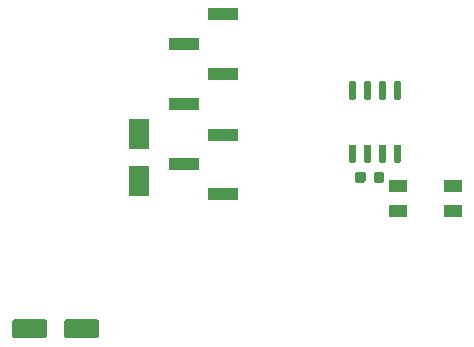
<source format=gbr>
G04 #@! TF.GenerationSoftware,KiCad,Pcbnew,(5.1.4)-1*
G04 #@! TF.CreationDate,2021-04-18T18:25:46+02:00*
G04 #@! TF.ProjectId,KUPS-DIM-6CVLED,4b555053-2d44-4494-9d2d-3643564c4544,V00.03*
G04 #@! TF.SameCoordinates,Original*
G04 #@! TF.FileFunction,Paste,Top*
G04 #@! TF.FilePolarity,Positive*
%FSLAX46Y46*%
G04 Gerber Fmt 4.6, Leading zero omitted, Abs format (unit mm)*
G04 Created by KiCad (PCBNEW (5.1.4)-1) date 2021-04-18 18:25:46*
%MOMM*%
%LPD*%
G04 APERTURE LIST*
%ADD10R,2.510000X1.000000*%
%ADD11R,1.600000X1.050000*%
%ADD12C,0.100000*%
%ADD13C,0.600000*%
%ADD14C,1.600000*%
%ADD15R,1.800000X2.500000*%
%ADD16C,0.875000*%
G04 APERTURE END LIST*
D10*
X105260000Y-105400000D03*
X105260000Y-110480000D03*
X105260000Y-115560000D03*
X108570000Y-102860000D03*
X108570000Y-107940000D03*
X108570000Y-113060000D03*
X108570000Y-118100000D03*
D11*
X123374000Y-119575000D03*
X123374000Y-117425000D03*
X128074000Y-119575000D03*
X128074000Y-117425000D03*
D12*
G36*
X119694803Y-108557262D02*
G01*
X119709364Y-108559422D01*
X119723643Y-108562999D01*
X119737503Y-108567958D01*
X119750810Y-108574252D01*
X119763436Y-108581820D01*
X119775259Y-108590588D01*
X119786166Y-108600474D01*
X119796052Y-108611381D01*
X119804820Y-108623204D01*
X119812388Y-108635830D01*
X119818682Y-108649137D01*
X119823641Y-108662997D01*
X119827218Y-108677276D01*
X119829378Y-108691837D01*
X119830100Y-108706540D01*
X119830100Y-109956540D01*
X119829378Y-109971243D01*
X119827218Y-109985804D01*
X119823641Y-110000083D01*
X119818682Y-110013943D01*
X119812388Y-110027250D01*
X119804820Y-110039876D01*
X119796052Y-110051699D01*
X119786166Y-110062606D01*
X119775259Y-110072492D01*
X119763436Y-110081260D01*
X119750810Y-110088828D01*
X119737503Y-110095122D01*
X119723643Y-110100081D01*
X119709364Y-110103658D01*
X119694803Y-110105818D01*
X119680100Y-110106540D01*
X119380100Y-110106540D01*
X119365397Y-110105818D01*
X119350836Y-110103658D01*
X119336557Y-110100081D01*
X119322697Y-110095122D01*
X119309390Y-110088828D01*
X119296764Y-110081260D01*
X119284941Y-110072492D01*
X119274034Y-110062606D01*
X119264148Y-110051699D01*
X119255380Y-110039876D01*
X119247812Y-110027250D01*
X119241518Y-110013943D01*
X119236559Y-110000083D01*
X119232982Y-109985804D01*
X119230822Y-109971243D01*
X119230100Y-109956540D01*
X119230100Y-108706540D01*
X119230822Y-108691837D01*
X119232982Y-108677276D01*
X119236559Y-108662997D01*
X119241518Y-108649137D01*
X119247812Y-108635830D01*
X119255380Y-108623204D01*
X119264148Y-108611381D01*
X119274034Y-108600474D01*
X119284941Y-108590588D01*
X119296764Y-108581820D01*
X119309390Y-108574252D01*
X119322697Y-108567958D01*
X119336557Y-108562999D01*
X119350836Y-108559422D01*
X119365397Y-108557262D01*
X119380100Y-108556540D01*
X119680100Y-108556540D01*
X119694803Y-108557262D01*
X119694803Y-108557262D01*
G37*
D13*
X119530100Y-109331540D03*
D12*
G36*
X120964803Y-108557262D02*
G01*
X120979364Y-108559422D01*
X120993643Y-108562999D01*
X121007503Y-108567958D01*
X121020810Y-108574252D01*
X121033436Y-108581820D01*
X121045259Y-108590588D01*
X121056166Y-108600474D01*
X121066052Y-108611381D01*
X121074820Y-108623204D01*
X121082388Y-108635830D01*
X121088682Y-108649137D01*
X121093641Y-108662997D01*
X121097218Y-108677276D01*
X121099378Y-108691837D01*
X121100100Y-108706540D01*
X121100100Y-109956540D01*
X121099378Y-109971243D01*
X121097218Y-109985804D01*
X121093641Y-110000083D01*
X121088682Y-110013943D01*
X121082388Y-110027250D01*
X121074820Y-110039876D01*
X121066052Y-110051699D01*
X121056166Y-110062606D01*
X121045259Y-110072492D01*
X121033436Y-110081260D01*
X121020810Y-110088828D01*
X121007503Y-110095122D01*
X120993643Y-110100081D01*
X120979364Y-110103658D01*
X120964803Y-110105818D01*
X120950100Y-110106540D01*
X120650100Y-110106540D01*
X120635397Y-110105818D01*
X120620836Y-110103658D01*
X120606557Y-110100081D01*
X120592697Y-110095122D01*
X120579390Y-110088828D01*
X120566764Y-110081260D01*
X120554941Y-110072492D01*
X120544034Y-110062606D01*
X120534148Y-110051699D01*
X120525380Y-110039876D01*
X120517812Y-110027250D01*
X120511518Y-110013943D01*
X120506559Y-110000083D01*
X120502982Y-109985804D01*
X120500822Y-109971243D01*
X120500100Y-109956540D01*
X120500100Y-108706540D01*
X120500822Y-108691837D01*
X120502982Y-108677276D01*
X120506559Y-108662997D01*
X120511518Y-108649137D01*
X120517812Y-108635830D01*
X120525380Y-108623204D01*
X120534148Y-108611381D01*
X120544034Y-108600474D01*
X120554941Y-108590588D01*
X120566764Y-108581820D01*
X120579390Y-108574252D01*
X120592697Y-108567958D01*
X120606557Y-108562999D01*
X120620836Y-108559422D01*
X120635397Y-108557262D01*
X120650100Y-108556540D01*
X120950100Y-108556540D01*
X120964803Y-108557262D01*
X120964803Y-108557262D01*
G37*
D13*
X120800100Y-109331540D03*
D12*
G36*
X122234803Y-108557262D02*
G01*
X122249364Y-108559422D01*
X122263643Y-108562999D01*
X122277503Y-108567958D01*
X122290810Y-108574252D01*
X122303436Y-108581820D01*
X122315259Y-108590588D01*
X122326166Y-108600474D01*
X122336052Y-108611381D01*
X122344820Y-108623204D01*
X122352388Y-108635830D01*
X122358682Y-108649137D01*
X122363641Y-108662997D01*
X122367218Y-108677276D01*
X122369378Y-108691837D01*
X122370100Y-108706540D01*
X122370100Y-109956540D01*
X122369378Y-109971243D01*
X122367218Y-109985804D01*
X122363641Y-110000083D01*
X122358682Y-110013943D01*
X122352388Y-110027250D01*
X122344820Y-110039876D01*
X122336052Y-110051699D01*
X122326166Y-110062606D01*
X122315259Y-110072492D01*
X122303436Y-110081260D01*
X122290810Y-110088828D01*
X122277503Y-110095122D01*
X122263643Y-110100081D01*
X122249364Y-110103658D01*
X122234803Y-110105818D01*
X122220100Y-110106540D01*
X121920100Y-110106540D01*
X121905397Y-110105818D01*
X121890836Y-110103658D01*
X121876557Y-110100081D01*
X121862697Y-110095122D01*
X121849390Y-110088828D01*
X121836764Y-110081260D01*
X121824941Y-110072492D01*
X121814034Y-110062606D01*
X121804148Y-110051699D01*
X121795380Y-110039876D01*
X121787812Y-110027250D01*
X121781518Y-110013943D01*
X121776559Y-110000083D01*
X121772982Y-109985804D01*
X121770822Y-109971243D01*
X121770100Y-109956540D01*
X121770100Y-108706540D01*
X121770822Y-108691837D01*
X121772982Y-108677276D01*
X121776559Y-108662997D01*
X121781518Y-108649137D01*
X121787812Y-108635830D01*
X121795380Y-108623204D01*
X121804148Y-108611381D01*
X121814034Y-108600474D01*
X121824941Y-108590588D01*
X121836764Y-108581820D01*
X121849390Y-108574252D01*
X121862697Y-108567958D01*
X121876557Y-108562999D01*
X121890836Y-108559422D01*
X121905397Y-108557262D01*
X121920100Y-108556540D01*
X122220100Y-108556540D01*
X122234803Y-108557262D01*
X122234803Y-108557262D01*
G37*
D13*
X122070100Y-109331540D03*
D12*
G36*
X123504803Y-108557262D02*
G01*
X123519364Y-108559422D01*
X123533643Y-108562999D01*
X123547503Y-108567958D01*
X123560810Y-108574252D01*
X123573436Y-108581820D01*
X123585259Y-108590588D01*
X123596166Y-108600474D01*
X123606052Y-108611381D01*
X123614820Y-108623204D01*
X123622388Y-108635830D01*
X123628682Y-108649137D01*
X123633641Y-108662997D01*
X123637218Y-108677276D01*
X123639378Y-108691837D01*
X123640100Y-108706540D01*
X123640100Y-109956540D01*
X123639378Y-109971243D01*
X123637218Y-109985804D01*
X123633641Y-110000083D01*
X123628682Y-110013943D01*
X123622388Y-110027250D01*
X123614820Y-110039876D01*
X123606052Y-110051699D01*
X123596166Y-110062606D01*
X123585259Y-110072492D01*
X123573436Y-110081260D01*
X123560810Y-110088828D01*
X123547503Y-110095122D01*
X123533643Y-110100081D01*
X123519364Y-110103658D01*
X123504803Y-110105818D01*
X123490100Y-110106540D01*
X123190100Y-110106540D01*
X123175397Y-110105818D01*
X123160836Y-110103658D01*
X123146557Y-110100081D01*
X123132697Y-110095122D01*
X123119390Y-110088828D01*
X123106764Y-110081260D01*
X123094941Y-110072492D01*
X123084034Y-110062606D01*
X123074148Y-110051699D01*
X123065380Y-110039876D01*
X123057812Y-110027250D01*
X123051518Y-110013943D01*
X123046559Y-110000083D01*
X123042982Y-109985804D01*
X123040822Y-109971243D01*
X123040100Y-109956540D01*
X123040100Y-108706540D01*
X123040822Y-108691837D01*
X123042982Y-108677276D01*
X123046559Y-108662997D01*
X123051518Y-108649137D01*
X123057812Y-108635830D01*
X123065380Y-108623204D01*
X123074148Y-108611381D01*
X123084034Y-108600474D01*
X123094941Y-108590588D01*
X123106764Y-108581820D01*
X123119390Y-108574252D01*
X123132697Y-108567958D01*
X123146557Y-108562999D01*
X123160836Y-108559422D01*
X123175397Y-108557262D01*
X123190100Y-108556540D01*
X123490100Y-108556540D01*
X123504803Y-108557262D01*
X123504803Y-108557262D01*
G37*
D13*
X123340100Y-109331540D03*
D12*
G36*
X123504803Y-113907262D02*
G01*
X123519364Y-113909422D01*
X123533643Y-113912999D01*
X123547503Y-113917958D01*
X123560810Y-113924252D01*
X123573436Y-113931820D01*
X123585259Y-113940588D01*
X123596166Y-113950474D01*
X123606052Y-113961381D01*
X123614820Y-113973204D01*
X123622388Y-113985830D01*
X123628682Y-113999137D01*
X123633641Y-114012997D01*
X123637218Y-114027276D01*
X123639378Y-114041837D01*
X123640100Y-114056540D01*
X123640100Y-115306540D01*
X123639378Y-115321243D01*
X123637218Y-115335804D01*
X123633641Y-115350083D01*
X123628682Y-115363943D01*
X123622388Y-115377250D01*
X123614820Y-115389876D01*
X123606052Y-115401699D01*
X123596166Y-115412606D01*
X123585259Y-115422492D01*
X123573436Y-115431260D01*
X123560810Y-115438828D01*
X123547503Y-115445122D01*
X123533643Y-115450081D01*
X123519364Y-115453658D01*
X123504803Y-115455818D01*
X123490100Y-115456540D01*
X123190100Y-115456540D01*
X123175397Y-115455818D01*
X123160836Y-115453658D01*
X123146557Y-115450081D01*
X123132697Y-115445122D01*
X123119390Y-115438828D01*
X123106764Y-115431260D01*
X123094941Y-115422492D01*
X123084034Y-115412606D01*
X123074148Y-115401699D01*
X123065380Y-115389876D01*
X123057812Y-115377250D01*
X123051518Y-115363943D01*
X123046559Y-115350083D01*
X123042982Y-115335804D01*
X123040822Y-115321243D01*
X123040100Y-115306540D01*
X123040100Y-114056540D01*
X123040822Y-114041837D01*
X123042982Y-114027276D01*
X123046559Y-114012997D01*
X123051518Y-113999137D01*
X123057812Y-113985830D01*
X123065380Y-113973204D01*
X123074148Y-113961381D01*
X123084034Y-113950474D01*
X123094941Y-113940588D01*
X123106764Y-113931820D01*
X123119390Y-113924252D01*
X123132697Y-113917958D01*
X123146557Y-113912999D01*
X123160836Y-113909422D01*
X123175397Y-113907262D01*
X123190100Y-113906540D01*
X123490100Y-113906540D01*
X123504803Y-113907262D01*
X123504803Y-113907262D01*
G37*
D13*
X123340100Y-114681540D03*
D12*
G36*
X122234803Y-113907262D02*
G01*
X122249364Y-113909422D01*
X122263643Y-113912999D01*
X122277503Y-113917958D01*
X122290810Y-113924252D01*
X122303436Y-113931820D01*
X122315259Y-113940588D01*
X122326166Y-113950474D01*
X122336052Y-113961381D01*
X122344820Y-113973204D01*
X122352388Y-113985830D01*
X122358682Y-113999137D01*
X122363641Y-114012997D01*
X122367218Y-114027276D01*
X122369378Y-114041837D01*
X122370100Y-114056540D01*
X122370100Y-115306540D01*
X122369378Y-115321243D01*
X122367218Y-115335804D01*
X122363641Y-115350083D01*
X122358682Y-115363943D01*
X122352388Y-115377250D01*
X122344820Y-115389876D01*
X122336052Y-115401699D01*
X122326166Y-115412606D01*
X122315259Y-115422492D01*
X122303436Y-115431260D01*
X122290810Y-115438828D01*
X122277503Y-115445122D01*
X122263643Y-115450081D01*
X122249364Y-115453658D01*
X122234803Y-115455818D01*
X122220100Y-115456540D01*
X121920100Y-115456540D01*
X121905397Y-115455818D01*
X121890836Y-115453658D01*
X121876557Y-115450081D01*
X121862697Y-115445122D01*
X121849390Y-115438828D01*
X121836764Y-115431260D01*
X121824941Y-115422492D01*
X121814034Y-115412606D01*
X121804148Y-115401699D01*
X121795380Y-115389876D01*
X121787812Y-115377250D01*
X121781518Y-115363943D01*
X121776559Y-115350083D01*
X121772982Y-115335804D01*
X121770822Y-115321243D01*
X121770100Y-115306540D01*
X121770100Y-114056540D01*
X121770822Y-114041837D01*
X121772982Y-114027276D01*
X121776559Y-114012997D01*
X121781518Y-113999137D01*
X121787812Y-113985830D01*
X121795380Y-113973204D01*
X121804148Y-113961381D01*
X121814034Y-113950474D01*
X121824941Y-113940588D01*
X121836764Y-113931820D01*
X121849390Y-113924252D01*
X121862697Y-113917958D01*
X121876557Y-113912999D01*
X121890836Y-113909422D01*
X121905397Y-113907262D01*
X121920100Y-113906540D01*
X122220100Y-113906540D01*
X122234803Y-113907262D01*
X122234803Y-113907262D01*
G37*
D13*
X122070100Y-114681540D03*
D12*
G36*
X120964803Y-113907262D02*
G01*
X120979364Y-113909422D01*
X120993643Y-113912999D01*
X121007503Y-113917958D01*
X121020810Y-113924252D01*
X121033436Y-113931820D01*
X121045259Y-113940588D01*
X121056166Y-113950474D01*
X121066052Y-113961381D01*
X121074820Y-113973204D01*
X121082388Y-113985830D01*
X121088682Y-113999137D01*
X121093641Y-114012997D01*
X121097218Y-114027276D01*
X121099378Y-114041837D01*
X121100100Y-114056540D01*
X121100100Y-115306540D01*
X121099378Y-115321243D01*
X121097218Y-115335804D01*
X121093641Y-115350083D01*
X121088682Y-115363943D01*
X121082388Y-115377250D01*
X121074820Y-115389876D01*
X121066052Y-115401699D01*
X121056166Y-115412606D01*
X121045259Y-115422492D01*
X121033436Y-115431260D01*
X121020810Y-115438828D01*
X121007503Y-115445122D01*
X120993643Y-115450081D01*
X120979364Y-115453658D01*
X120964803Y-115455818D01*
X120950100Y-115456540D01*
X120650100Y-115456540D01*
X120635397Y-115455818D01*
X120620836Y-115453658D01*
X120606557Y-115450081D01*
X120592697Y-115445122D01*
X120579390Y-115438828D01*
X120566764Y-115431260D01*
X120554941Y-115422492D01*
X120544034Y-115412606D01*
X120534148Y-115401699D01*
X120525380Y-115389876D01*
X120517812Y-115377250D01*
X120511518Y-115363943D01*
X120506559Y-115350083D01*
X120502982Y-115335804D01*
X120500822Y-115321243D01*
X120500100Y-115306540D01*
X120500100Y-114056540D01*
X120500822Y-114041837D01*
X120502982Y-114027276D01*
X120506559Y-114012997D01*
X120511518Y-113999137D01*
X120517812Y-113985830D01*
X120525380Y-113973204D01*
X120534148Y-113961381D01*
X120544034Y-113950474D01*
X120554941Y-113940588D01*
X120566764Y-113931820D01*
X120579390Y-113924252D01*
X120592697Y-113917958D01*
X120606557Y-113912999D01*
X120620836Y-113909422D01*
X120635397Y-113907262D01*
X120650100Y-113906540D01*
X120950100Y-113906540D01*
X120964803Y-113907262D01*
X120964803Y-113907262D01*
G37*
D13*
X120800100Y-114681540D03*
D12*
G36*
X119694803Y-113907262D02*
G01*
X119709364Y-113909422D01*
X119723643Y-113912999D01*
X119737503Y-113917958D01*
X119750810Y-113924252D01*
X119763436Y-113931820D01*
X119775259Y-113940588D01*
X119786166Y-113950474D01*
X119796052Y-113961381D01*
X119804820Y-113973204D01*
X119812388Y-113985830D01*
X119818682Y-113999137D01*
X119823641Y-114012997D01*
X119827218Y-114027276D01*
X119829378Y-114041837D01*
X119830100Y-114056540D01*
X119830100Y-115306540D01*
X119829378Y-115321243D01*
X119827218Y-115335804D01*
X119823641Y-115350083D01*
X119818682Y-115363943D01*
X119812388Y-115377250D01*
X119804820Y-115389876D01*
X119796052Y-115401699D01*
X119786166Y-115412606D01*
X119775259Y-115422492D01*
X119763436Y-115431260D01*
X119750810Y-115438828D01*
X119737503Y-115445122D01*
X119723643Y-115450081D01*
X119709364Y-115453658D01*
X119694803Y-115455818D01*
X119680100Y-115456540D01*
X119380100Y-115456540D01*
X119365397Y-115455818D01*
X119350836Y-115453658D01*
X119336557Y-115450081D01*
X119322697Y-115445122D01*
X119309390Y-115438828D01*
X119296764Y-115431260D01*
X119284941Y-115422492D01*
X119274034Y-115412606D01*
X119264148Y-115401699D01*
X119255380Y-115389876D01*
X119247812Y-115377250D01*
X119241518Y-115363943D01*
X119236559Y-115350083D01*
X119232982Y-115335804D01*
X119230822Y-115321243D01*
X119230100Y-115306540D01*
X119230100Y-114056540D01*
X119230822Y-114041837D01*
X119232982Y-114027276D01*
X119236559Y-114012997D01*
X119241518Y-113999137D01*
X119247812Y-113985830D01*
X119255380Y-113973204D01*
X119264148Y-113961381D01*
X119274034Y-113950474D01*
X119284941Y-113940588D01*
X119296764Y-113931820D01*
X119309390Y-113924252D01*
X119322697Y-113917958D01*
X119336557Y-113912999D01*
X119350836Y-113909422D01*
X119365397Y-113907262D01*
X119380100Y-113906540D01*
X119680100Y-113906540D01*
X119694803Y-113907262D01*
X119694803Y-113907262D01*
G37*
D13*
X119530100Y-114681540D03*
D12*
G36*
X97874504Y-128701204D02*
G01*
X97898773Y-128704804D01*
X97922571Y-128710765D01*
X97945671Y-128719030D01*
X97967849Y-128729520D01*
X97988893Y-128742133D01*
X98008598Y-128756747D01*
X98026777Y-128773223D01*
X98043253Y-128791402D01*
X98057867Y-128811107D01*
X98070480Y-128832151D01*
X98080970Y-128854329D01*
X98089235Y-128877429D01*
X98095196Y-128901227D01*
X98098796Y-128925496D01*
X98100000Y-128950000D01*
X98100000Y-130050000D01*
X98098796Y-130074504D01*
X98095196Y-130098773D01*
X98089235Y-130122571D01*
X98080970Y-130145671D01*
X98070480Y-130167849D01*
X98057867Y-130188893D01*
X98043253Y-130208598D01*
X98026777Y-130226777D01*
X98008598Y-130243253D01*
X97988893Y-130257867D01*
X97967849Y-130270480D01*
X97945671Y-130280970D01*
X97922571Y-130289235D01*
X97898773Y-130295196D01*
X97874504Y-130298796D01*
X97850000Y-130300000D01*
X95350000Y-130300000D01*
X95325496Y-130298796D01*
X95301227Y-130295196D01*
X95277429Y-130289235D01*
X95254329Y-130280970D01*
X95232151Y-130270480D01*
X95211107Y-130257867D01*
X95191402Y-130243253D01*
X95173223Y-130226777D01*
X95156747Y-130208598D01*
X95142133Y-130188893D01*
X95129520Y-130167849D01*
X95119030Y-130145671D01*
X95110765Y-130122571D01*
X95104804Y-130098773D01*
X95101204Y-130074504D01*
X95100000Y-130050000D01*
X95100000Y-128950000D01*
X95101204Y-128925496D01*
X95104804Y-128901227D01*
X95110765Y-128877429D01*
X95119030Y-128854329D01*
X95129520Y-128832151D01*
X95142133Y-128811107D01*
X95156747Y-128791402D01*
X95173223Y-128773223D01*
X95191402Y-128756747D01*
X95211107Y-128742133D01*
X95232151Y-128729520D01*
X95254329Y-128719030D01*
X95277429Y-128710765D01*
X95301227Y-128704804D01*
X95325496Y-128701204D01*
X95350000Y-128700000D01*
X97850000Y-128700000D01*
X97874504Y-128701204D01*
X97874504Y-128701204D01*
G37*
D14*
X96600000Y-129500000D03*
D12*
G36*
X93474504Y-128701204D02*
G01*
X93498773Y-128704804D01*
X93522571Y-128710765D01*
X93545671Y-128719030D01*
X93567849Y-128729520D01*
X93588893Y-128742133D01*
X93608598Y-128756747D01*
X93626777Y-128773223D01*
X93643253Y-128791402D01*
X93657867Y-128811107D01*
X93670480Y-128832151D01*
X93680970Y-128854329D01*
X93689235Y-128877429D01*
X93695196Y-128901227D01*
X93698796Y-128925496D01*
X93700000Y-128950000D01*
X93700000Y-130050000D01*
X93698796Y-130074504D01*
X93695196Y-130098773D01*
X93689235Y-130122571D01*
X93680970Y-130145671D01*
X93670480Y-130167849D01*
X93657867Y-130188893D01*
X93643253Y-130208598D01*
X93626777Y-130226777D01*
X93608598Y-130243253D01*
X93588893Y-130257867D01*
X93567849Y-130270480D01*
X93545671Y-130280970D01*
X93522571Y-130289235D01*
X93498773Y-130295196D01*
X93474504Y-130298796D01*
X93450000Y-130300000D01*
X90950000Y-130300000D01*
X90925496Y-130298796D01*
X90901227Y-130295196D01*
X90877429Y-130289235D01*
X90854329Y-130280970D01*
X90832151Y-130270480D01*
X90811107Y-130257867D01*
X90791402Y-130243253D01*
X90773223Y-130226777D01*
X90756747Y-130208598D01*
X90742133Y-130188893D01*
X90729520Y-130167849D01*
X90719030Y-130145671D01*
X90710765Y-130122571D01*
X90704804Y-130098773D01*
X90701204Y-130074504D01*
X90700000Y-130050000D01*
X90700000Y-128950000D01*
X90701204Y-128925496D01*
X90704804Y-128901227D01*
X90710765Y-128877429D01*
X90719030Y-128854329D01*
X90729520Y-128832151D01*
X90742133Y-128811107D01*
X90756747Y-128791402D01*
X90773223Y-128773223D01*
X90791402Y-128756747D01*
X90811107Y-128742133D01*
X90832151Y-128729520D01*
X90854329Y-128719030D01*
X90877429Y-128710765D01*
X90901227Y-128704804D01*
X90925496Y-128701204D01*
X90950000Y-128700000D01*
X93450000Y-128700000D01*
X93474504Y-128701204D01*
X93474504Y-128701204D01*
G37*
D14*
X92200000Y-129500000D03*
D15*
X101500000Y-117000000D03*
X101500000Y-113000000D03*
D12*
G36*
X122027691Y-116206193D02*
G01*
X122048926Y-116209343D01*
X122069750Y-116214559D01*
X122089962Y-116221791D01*
X122109368Y-116230970D01*
X122127781Y-116242006D01*
X122145024Y-116254794D01*
X122160930Y-116269210D01*
X122175346Y-116285116D01*
X122188134Y-116302359D01*
X122199170Y-116320772D01*
X122208349Y-116340178D01*
X122215581Y-116360390D01*
X122220797Y-116381214D01*
X122223947Y-116402449D01*
X122225000Y-116423890D01*
X122225000Y-116936390D01*
X122223947Y-116957831D01*
X122220797Y-116979066D01*
X122215581Y-116999890D01*
X122208349Y-117020102D01*
X122199170Y-117039508D01*
X122188134Y-117057921D01*
X122175346Y-117075164D01*
X122160930Y-117091070D01*
X122145024Y-117105486D01*
X122127781Y-117118274D01*
X122109368Y-117129310D01*
X122089962Y-117138489D01*
X122069750Y-117145721D01*
X122048926Y-117150937D01*
X122027691Y-117154087D01*
X122006250Y-117155140D01*
X121568750Y-117155140D01*
X121547309Y-117154087D01*
X121526074Y-117150937D01*
X121505250Y-117145721D01*
X121485038Y-117138489D01*
X121465632Y-117129310D01*
X121447219Y-117118274D01*
X121429976Y-117105486D01*
X121414070Y-117091070D01*
X121399654Y-117075164D01*
X121386866Y-117057921D01*
X121375830Y-117039508D01*
X121366651Y-117020102D01*
X121359419Y-116999890D01*
X121354203Y-116979066D01*
X121351053Y-116957831D01*
X121350000Y-116936390D01*
X121350000Y-116423890D01*
X121351053Y-116402449D01*
X121354203Y-116381214D01*
X121359419Y-116360390D01*
X121366651Y-116340178D01*
X121375830Y-116320772D01*
X121386866Y-116302359D01*
X121399654Y-116285116D01*
X121414070Y-116269210D01*
X121429976Y-116254794D01*
X121447219Y-116242006D01*
X121465632Y-116230970D01*
X121485038Y-116221791D01*
X121505250Y-116214559D01*
X121526074Y-116209343D01*
X121547309Y-116206193D01*
X121568750Y-116205140D01*
X122006250Y-116205140D01*
X122027691Y-116206193D01*
X122027691Y-116206193D01*
G37*
D16*
X121787500Y-116680140D03*
D12*
G36*
X120452691Y-116206193D02*
G01*
X120473926Y-116209343D01*
X120494750Y-116214559D01*
X120514962Y-116221791D01*
X120534368Y-116230970D01*
X120552781Y-116242006D01*
X120570024Y-116254794D01*
X120585930Y-116269210D01*
X120600346Y-116285116D01*
X120613134Y-116302359D01*
X120624170Y-116320772D01*
X120633349Y-116340178D01*
X120640581Y-116360390D01*
X120645797Y-116381214D01*
X120648947Y-116402449D01*
X120650000Y-116423890D01*
X120650000Y-116936390D01*
X120648947Y-116957831D01*
X120645797Y-116979066D01*
X120640581Y-116999890D01*
X120633349Y-117020102D01*
X120624170Y-117039508D01*
X120613134Y-117057921D01*
X120600346Y-117075164D01*
X120585930Y-117091070D01*
X120570024Y-117105486D01*
X120552781Y-117118274D01*
X120534368Y-117129310D01*
X120514962Y-117138489D01*
X120494750Y-117145721D01*
X120473926Y-117150937D01*
X120452691Y-117154087D01*
X120431250Y-117155140D01*
X119993750Y-117155140D01*
X119972309Y-117154087D01*
X119951074Y-117150937D01*
X119930250Y-117145721D01*
X119910038Y-117138489D01*
X119890632Y-117129310D01*
X119872219Y-117118274D01*
X119854976Y-117105486D01*
X119839070Y-117091070D01*
X119824654Y-117075164D01*
X119811866Y-117057921D01*
X119800830Y-117039508D01*
X119791651Y-117020102D01*
X119784419Y-116999890D01*
X119779203Y-116979066D01*
X119776053Y-116957831D01*
X119775000Y-116936390D01*
X119775000Y-116423890D01*
X119776053Y-116402449D01*
X119779203Y-116381214D01*
X119784419Y-116360390D01*
X119791651Y-116340178D01*
X119800830Y-116320772D01*
X119811866Y-116302359D01*
X119824654Y-116285116D01*
X119839070Y-116269210D01*
X119854976Y-116254794D01*
X119872219Y-116242006D01*
X119890632Y-116230970D01*
X119910038Y-116221791D01*
X119930250Y-116214559D01*
X119951074Y-116209343D01*
X119972309Y-116206193D01*
X119993750Y-116205140D01*
X120431250Y-116205140D01*
X120452691Y-116206193D01*
X120452691Y-116206193D01*
G37*
D16*
X120212500Y-116680140D03*
M02*

</source>
